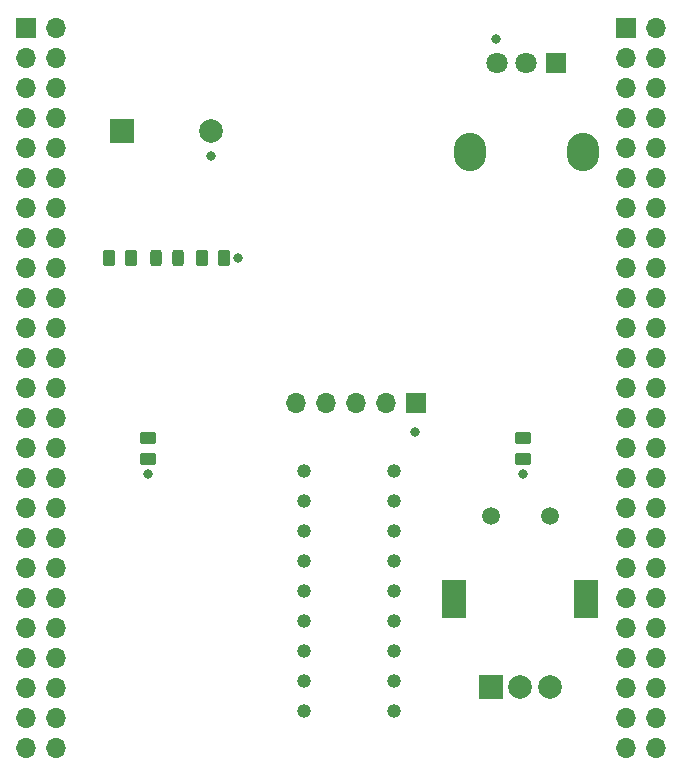
<source format=gbr>
%TF.GenerationSoftware,KiCad,Pcbnew,(7.0.0)*%
%TF.CreationDate,2023-06-01T09:58:41-06:00*%
%TF.ProjectId,morseTrans_proto,6d6f7273-6554-4726-916e-735f70726f74,rev?*%
%TF.SameCoordinates,Original*%
%TF.FileFunction,Copper,L1,Top*%
%TF.FilePolarity,Positive*%
%FSLAX46Y46*%
G04 Gerber Fmt 4.6, Leading zero omitted, Abs format (unit mm)*
G04 Created by KiCad (PCBNEW (7.0.0)) date 2023-06-01 09:58:41*
%MOMM*%
%LPD*%
G01*
G04 APERTURE LIST*
G04 Aperture macros list*
%AMRoundRect*
0 Rectangle with rounded corners*
0 $1 Rounding radius*
0 $2 $3 $4 $5 $6 $7 $8 $9 X,Y pos of 4 corners*
0 Add a 4 corners polygon primitive as box body*
4,1,4,$2,$3,$4,$5,$6,$7,$8,$9,$2,$3,0*
0 Add four circle primitives for the rounded corners*
1,1,$1+$1,$2,$3*
1,1,$1+$1,$4,$5*
1,1,$1+$1,$6,$7*
1,1,$1+$1,$8,$9*
0 Add four rect primitives between the rounded corners*
20,1,$1+$1,$2,$3,$4,$5,0*
20,1,$1+$1,$4,$5,$6,$7,0*
20,1,$1+$1,$6,$7,$8,$9,0*
20,1,$1+$1,$8,$9,$2,$3,0*%
G04 Aperture macros list end*
%TA.AperFunction,ComponentPad*%
%ADD10R,2.000000X2.000000*%
%TD*%
%TA.AperFunction,ComponentPad*%
%ADD11C,2.000000*%
%TD*%
%TA.AperFunction,SMDPad,CuDef*%
%ADD12RoundRect,0.250000X-0.450000X0.262500X-0.450000X-0.262500X0.450000X-0.262500X0.450000X0.262500X0*%
%TD*%
%TA.AperFunction,ComponentPad*%
%ADD13R,1.700000X1.700000*%
%TD*%
%TA.AperFunction,ComponentPad*%
%ADD14O,1.700000X1.700000*%
%TD*%
%TA.AperFunction,ComponentPad*%
%ADD15C,1.192000*%
%TD*%
%TA.AperFunction,ComponentPad*%
%ADD16C,1.500000*%
%TD*%
%TA.AperFunction,ComponentPad*%
%ADD17R,2.000000X3.200000*%
%TD*%
%TA.AperFunction,SMDPad,CuDef*%
%ADD18RoundRect,0.250000X-0.262500X-0.450000X0.262500X-0.450000X0.262500X0.450000X-0.262500X0.450000X0*%
%TD*%
%TA.AperFunction,ComponentPad*%
%ADD19O,2.720000X3.240000*%
%TD*%
%TA.AperFunction,ComponentPad*%
%ADD20R,1.800000X1.800000*%
%TD*%
%TA.AperFunction,ComponentPad*%
%ADD21C,1.800000*%
%TD*%
%TA.AperFunction,SMDPad,CuDef*%
%ADD22RoundRect,0.243750X0.243750X0.456250X-0.243750X0.456250X-0.243750X-0.456250X0.243750X-0.456250X0*%
%TD*%
%TA.AperFunction,ViaPad*%
%ADD23C,0.800000*%
%TD*%
G04 APERTURE END LIST*
D10*
%TO.P,LS1,1,1*%
%TO.N,Net-(LS1-Pad1)*%
X104413999Y-62356999D03*
D11*
%TO.P,LS1,2,2*%
%TO.N,GND*%
X112014000Y-62357000D03*
%TD*%
D12*
%TO.P,R2,1*%
%TO.N,RESET*%
X138430000Y-88345000D03*
%TO.P,R2,2*%
%TO.N,GND*%
X138430000Y-90170000D03*
%TD*%
D13*
%TO.P,J3,1,Pin_1*%
%TO.N,GND*%
X129305999Y-85425999D03*
D14*
%TO.P,J3,2,Pin_2*%
%TO.N,unconnected-(J3-Pin_2-Pad2)*%
X126765999Y-85425999D03*
%TO.P,J3,3,Pin_3*%
%TO.N,TXD*%
X124225999Y-85425999D03*
%TO.P,J3,4,Pin_4*%
%TO.N,RXD*%
X121685999Y-85425999D03*
%TO.P,J3,5,Pin_5*%
%TO.N,unconnected-(J3-Pin_5-Pad5)*%
X119145999Y-85425999D03*
%TD*%
D12*
%TO.P,R3,1*%
%TO.N,PLAY*%
X106680000Y-88345000D03*
%TO.P,R3,2*%
%TO.N,GND*%
X106680000Y-90170000D03*
%TD*%
D15*
%TO.P,Display,1*%
%TO.N,N/C*%
X119888000Y-91186000D03*
%TO.P,Display,2*%
X119888000Y-93726000D03*
%TO.P,Display,3*%
X119888000Y-96266000D03*
%TO.P,Display,4*%
X119888000Y-98806000D03*
%TO.P,Display,5*%
X119888000Y-101346000D03*
%TO.P,Display,6*%
X119888000Y-103886000D03*
%TO.P,Display,7*%
X119888000Y-106426000D03*
%TO.P,Display,8*%
X119888000Y-108966000D03*
%TO.P,Display,9*%
X119888000Y-111506000D03*
%TO.P,Display,10*%
X127508000Y-111506000D03*
%TO.P,Display,11*%
X127508000Y-108966000D03*
%TO.P,Display,12*%
X127508000Y-106426000D03*
%TO.P,Display,13*%
X127508000Y-103886000D03*
%TO.P,Display,14*%
X127508000Y-101346000D03*
%TO.P,Display,15*%
X127508000Y-98806000D03*
%TO.P,Display,16*%
X127508000Y-96266000D03*
%TO.P,Display,17*%
X127508000Y-93726000D03*
%TO.P,Display,18*%
X127508000Y-91186000D03*
%TD*%
D16*
%TO.P,SW3,*%
%TO.N,*%
X135676000Y-94987000D03*
X140676000Y-94987000D03*
D10*
%TO.P,SW3,A,A*%
%TO.N,Increment*%
X135675999Y-109486999D03*
D11*
%TO.P,SW3,B,B*%
%TO.N,Decrement*%
X140676000Y-109487000D03*
%TO.P,SW3,C,C*%
%TO.N,GND*%
X138176000Y-109487000D03*
D17*
%TO.P,SW3,MP*%
%TO.N,N/C*%
X132575999Y-101986999D03*
X143775999Y-101986999D03*
%TD*%
D18*
%TO.P,R1,1*%
%TO.N,Net-(D1-K)*%
X111252000Y-73152000D03*
%TO.P,R1,2*%
%TO.N,GND*%
X113077000Y-73152000D03*
%TD*%
%TO.P,R4,1*%
%TO.N,Net-(R4-Pad1)*%
X103378000Y-73152000D03*
%TO.P,R4,2*%
%TO.N,Net-(LS1-Pad1)*%
X105203000Y-73152000D03*
%TD*%
D19*
%TO.P,RV1,*%
%TO.N,*%
X143483999Y-64131999D03*
X133883999Y-64131999D03*
D20*
%TO.P,RV1,1,1*%
%TO.N,OUTPUT*%
X141183999Y-56631999D03*
D21*
%TO.P,RV1,2,2*%
%TO.N,Net-(R4-Pad1)*%
X138684000Y-56632000D03*
%TO.P,RV1,3,3*%
%TO.N,GND*%
X136184000Y-56632000D03*
%TD*%
D22*
%TO.P,D1,1,K*%
%TO.N,Net-(D1-K)*%
X109171500Y-73152000D03*
%TO.P,D1,2,A*%
%TO.N,OUTPUT*%
X107296500Y-73152000D03*
%TD*%
D13*
%TO.P,J2,1,Pin_1*%
%TO.N,GND*%
X147110963Y-53706551D03*
D14*
%TO.P,J2,2,Pin_2*%
%TO.N,unconnected-(J2-Pin_2-Pad2)*%
X149650963Y-53706551D03*
%TO.P,J2,3,Pin_3*%
%TO.N,unconnected-(J2-Pin_3-Pad3)*%
X147110963Y-56246551D03*
%TO.P,J2,4,Pin_4*%
%TO.N,unconnected-(J2-Pin_4-Pad4)*%
X149650963Y-56246551D03*
%TO.P,J2,5,Pin_5*%
%TO.N,unconnected-(J2-Pin_5-Pad5)*%
X147110963Y-58786551D03*
%TO.P,J2,6,Pin_6*%
%TO.N,unconnected-(J2-Pin_6-Pad6)*%
X149650963Y-58786551D03*
%TO.P,J2,7,Pin_7*%
%TO.N,unconnected-(J2-Pin_7-Pad7)*%
X147110963Y-61326551D03*
%TO.P,J2,8,Pin_8*%
%TO.N,unconnected-(J2-Pin_8-Pad8)*%
X149650963Y-61326551D03*
%TO.P,J2,9,Pin_9*%
%TO.N,unconnected-(J2-Pin_9-Pad9)*%
X147110963Y-63866551D03*
%TO.P,J2,10,Pin_10*%
%TO.N,unconnected-(J2-Pin_10-Pad10)*%
X149650963Y-63866551D03*
%TO.P,J2,11,Pin_11*%
%TO.N,unconnected-(J2-Pin_11-Pad11)*%
X147110963Y-66406551D03*
%TO.P,J2,12,Pin_12*%
%TO.N,unconnected-(J2-Pin_12-Pad12)*%
X149650963Y-66406551D03*
%TO.P,J2,13,Pin_13*%
%TO.N,unconnected-(J2-Pin_13-Pad13)*%
X147110963Y-68946551D03*
%TO.P,J2,14,Pin_14*%
%TO.N,unconnected-(J2-Pin_14-Pad14)*%
X149650963Y-68946551D03*
%TO.P,J2,15,Pin_15*%
%TO.N,unconnected-(J2-Pin_15-Pad15)*%
X147110963Y-71486551D03*
%TO.P,J2,16,Pin_16*%
%TO.N,unconnected-(J2-Pin_16-Pad16)*%
X149650963Y-71486551D03*
%TO.P,J2,17,Pin_17*%
%TO.N,unconnected-(J2-Pin_17-Pad17)*%
X147110963Y-74026551D03*
%TO.P,J2,18,Pin_18*%
%TO.N,unconnected-(J2-Pin_18-Pad18)*%
X149650963Y-74026551D03*
%TO.P,J2,19,Pin_19*%
%TO.N,unconnected-(J2-Pin_19-Pad19)*%
X147110963Y-76566551D03*
%TO.P,J2,20,Pin_20*%
%TO.N,unconnected-(J2-Pin_20-Pad20)*%
X149650963Y-76566551D03*
%TO.P,J2,21,Pin_21*%
%TO.N,unconnected-(J2-Pin_21-Pad21)*%
X147110963Y-79106551D03*
%TO.P,J2,22,Pin_22*%
%TO.N,unconnected-(J2-Pin_22-Pad22)*%
X149650963Y-79106551D03*
%TO.P,J2,23,Pin_23*%
%TO.N,unconnected-(J2-Pin_23-Pad23)*%
X147110963Y-81646551D03*
%TO.P,J2,24,Pin_24*%
%TO.N,unconnected-(J2-Pin_24-Pad24)*%
X149650963Y-81646551D03*
%TO.P,J2,25,Pin_25*%
%TO.N,GND*%
X147110963Y-84186551D03*
%TO.P,J2,26,Pin_26*%
X149650963Y-84186551D03*
%TO.P,J2,27,Pin_27*%
%TO.N,unconnected-(J2-Pin_27-Pad27)*%
X147110963Y-86726551D03*
%TO.P,J2,28,Pin_28*%
%TO.N,unconnected-(J2-Pin_28-Pad28)*%
X149650963Y-86726551D03*
%TO.P,J2,29,Pin_29*%
%TO.N,unconnected-(J2-Pin_29-Pad29)*%
X147110963Y-89266551D03*
%TO.P,J2,30,Pin_30*%
%TO.N,unconnected-(J2-Pin_30-Pad30)*%
X149650963Y-89266551D03*
%TO.P,J2,31,Pin_31*%
%TO.N,unconnected-(J2-Pin_31-Pad31)*%
X147110963Y-91806551D03*
%TO.P,J2,32,Pin_32*%
%TO.N,unconnected-(J2-Pin_32-Pad32)*%
X149650963Y-91806551D03*
%TO.P,J2,33,Pin_33*%
%TO.N,unconnected-(J2-Pin_33-Pad33)*%
X147110963Y-94346551D03*
%TO.P,J2,34,Pin_34*%
%TO.N,unconnected-(J2-Pin_34-Pad34)*%
X149650963Y-94346551D03*
%TO.P,J2,35,Pin_35*%
%TO.N,unconnected-(J2-Pin_35-Pad35)*%
X147110963Y-96886551D03*
%TO.P,J2,36,Pin_36*%
%TO.N,unconnected-(J2-Pin_36-Pad36)*%
X149650963Y-96886551D03*
%TO.P,J2,37,Pin_37*%
%TO.N,unconnected-(J2-Pin_37-Pad37)*%
X147110963Y-99426551D03*
%TO.P,J2,38,Pin_38*%
%TO.N,unconnected-(J2-Pin_38-Pad38)*%
X149650963Y-99426551D03*
%TO.P,J2,39,Pin_39*%
%TO.N,unconnected-(J2-Pin_39-Pad39)*%
X147110963Y-101966551D03*
%TO.P,J2,40,Pin_40*%
%TO.N,unconnected-(J2-Pin_40-Pad40)*%
X149650963Y-101966551D03*
%TO.P,J2,41,Pin_41*%
%TO.N,unconnected-(J2-Pin_41-Pad41)*%
X147110963Y-104506551D03*
%TO.P,J2,42,Pin_42*%
%TO.N,unconnected-(J2-Pin_42-Pad42)*%
X149650963Y-104506551D03*
%TO.P,J2,43,Pin_43*%
%TO.N,unconnected-(J2-Pin_43-Pad43)*%
X147110963Y-107046551D03*
%TO.P,J2,44,Pin_44*%
%TO.N,unconnected-(J2-Pin_44-Pad44)*%
X149650963Y-107046551D03*
%TO.P,J2,45,Pin_45*%
%TO.N,unconnected-(J2-Pin_45-Pad45)*%
X147110963Y-109586551D03*
%TO.P,J2,46,Pin_46*%
%TO.N,unconnected-(J2-Pin_46-Pad46)*%
X149650963Y-109586551D03*
%TO.P,J2,47,Pin_47*%
%TO.N,unconnected-(J2-Pin_47-Pad47)*%
X147110963Y-112126551D03*
%TO.P,J2,48,Pin_48*%
%TO.N,unconnected-(J2-Pin_48-Pad48)*%
X149650963Y-112126551D03*
%TO.P,J2,49,Pin_49*%
%TO.N,unconnected-(J2-Pin_49-Pad49)*%
X147110963Y-114666551D03*
%TO.P,J2,50,Pin_50*%
%TO.N,GND*%
X149650963Y-114666551D03*
%TD*%
D13*
%TO.P,J1,1,Pin_1*%
%TO.N,GND*%
X96348789Y-53690998D03*
D14*
%TO.P,J1,2,Pin_2*%
%TO.N,5V*%
X98888789Y-53690998D03*
%TO.P,J1,3,Pin_3*%
%TO.N,3V*%
X96348789Y-56230998D03*
%TO.P,J1,4,Pin_4*%
%TO.N,unconnected-(J1-Pin_4-Pad4)*%
X98888789Y-56230998D03*
%TO.P,J1,5,Pin_5*%
%TO.N,unconnected-(J1-Pin_5-Pad5)*%
X96348789Y-58770998D03*
%TO.P,J1,6,Pin_6*%
%TO.N,unconnected-(J1-Pin_6-Pad6)*%
X98888789Y-58770998D03*
%TO.P,J1,7,Pin_7*%
%TO.N,unconnected-(J1-Pin_7-Pad7)*%
X96348789Y-61310998D03*
%TO.P,J1,8,Pin_8*%
%TO.N,unconnected-(J1-Pin_8-Pad8)*%
X98888789Y-61310998D03*
%TO.P,J1,9,Pin_9*%
%TO.N,unconnected-(J1-Pin_9-Pad9)*%
X96348789Y-63850998D03*
%TO.P,J1,10,Pin_10*%
%TO.N,unconnected-(J1-Pin_10-Pad10)*%
X98888789Y-63850998D03*
%TO.P,J1,11,Pin_11*%
%TO.N,unconnected-(J1-Pin_11-Pad11)*%
X96348789Y-66390998D03*
%TO.P,J1,12,Pin_12*%
%TO.N,unconnected-(J1-Pin_12-Pad12)*%
X98888789Y-66390998D03*
%TO.P,J1,13,Pin_13*%
%TO.N,unconnected-(J1-Pin_13-Pad13)*%
X96348789Y-68930998D03*
%TO.P,J1,14,Pin_14*%
%TO.N,unconnected-(J1-Pin_14-Pad14)*%
X98888789Y-68930998D03*
%TO.P,J1,15,Pin_15*%
%TO.N,unconnected-(J1-Pin_15-Pad15)*%
X96348789Y-71470998D03*
%TO.P,J1,16,Pin_16*%
%TO.N,unconnected-(J1-Pin_16-Pad16)*%
X98888789Y-71470998D03*
%TO.P,J1,17,Pin_17*%
%TO.N,unconnected-(J1-Pin_17-Pad17)*%
X96348789Y-74010998D03*
%TO.P,J1,18,Pin_18*%
%TO.N,unconnected-(J1-Pin_18-Pad18)*%
X98888789Y-74010998D03*
%TO.P,J1,19,Pin_19*%
%TO.N,unconnected-(J1-Pin_19-Pad19)*%
X96348789Y-76550998D03*
%TO.P,J1,20,Pin_20*%
%TO.N,unconnected-(J1-Pin_20-Pad20)*%
X98888789Y-76550998D03*
%TO.P,J1,21,Pin_21*%
%TO.N,unconnected-(J1-Pin_21-Pad21)*%
X96348789Y-79090998D03*
%TO.P,J1,22,Pin_22*%
%TO.N,unconnected-(J1-Pin_22-Pad22)*%
X98888789Y-79090998D03*
%TO.P,J1,23,Pin_23*%
%TO.N,unconnected-(J1-Pin_23-Pad23)*%
X96348789Y-81630998D03*
%TO.P,J1,24,Pin_24*%
%TO.N,unconnected-(J1-Pin_24-Pad24)*%
X98888789Y-81630998D03*
%TO.P,J1,25,Pin_25*%
%TO.N,GND*%
X96348789Y-84170998D03*
%TO.P,J1,26,Pin_26*%
X98888789Y-84170998D03*
%TO.P,J1,27,Pin_27*%
%TO.N,unconnected-(J1-Pin_27-Pad27)*%
X96348789Y-86710998D03*
%TO.P,J1,28,Pin_28*%
%TO.N,unconnected-(J1-Pin_28-Pad28)*%
X98888789Y-86710998D03*
%TO.P,J1,29,Pin_29*%
%TO.N,unconnected-(J1-Pin_29-Pad29)*%
X96348789Y-89250998D03*
%TO.P,J1,30,Pin_30*%
%TO.N,unconnected-(J1-Pin_30-Pad30)*%
X98888789Y-89250998D03*
%TO.P,J1,31,Pin_31*%
%TO.N,unconnected-(J1-Pin_31-Pad31)*%
X96348789Y-91790998D03*
%TO.P,J1,32,Pin_32*%
%TO.N,unconnected-(J1-Pin_32-Pad32)*%
X98888789Y-91790998D03*
%TO.P,J1,33,Pin_33*%
%TO.N,unconnected-(J1-Pin_33-Pad33)*%
X96348789Y-94330998D03*
%TO.P,J1,34,Pin_34*%
%TO.N,unconnected-(J1-Pin_34-Pad34)*%
X98888789Y-94330998D03*
%TO.P,J1,35,Pin_35*%
%TO.N,unconnected-(J1-Pin_35-Pad35)*%
X96348789Y-96870998D03*
%TO.P,J1,36,Pin_36*%
%TO.N,unconnected-(J1-Pin_36-Pad36)*%
X98888789Y-96870998D03*
%TO.P,J1,37,Pin_37*%
%TO.N,unconnected-(J1-Pin_37-Pad37)*%
X96348789Y-99410998D03*
%TO.P,J1,38,Pin_38*%
%TO.N,unconnected-(J1-Pin_38-Pad38)*%
X98888789Y-99410998D03*
%TO.P,J1,39,Pin_39*%
%TO.N,unconnected-(J1-Pin_39-Pad39)*%
X96348789Y-101950998D03*
%TO.P,J1,40,Pin_40*%
%TO.N,unconnected-(J1-Pin_40-Pad40)*%
X98888789Y-101950998D03*
%TO.P,J1,41,Pin_41*%
%TO.N,unconnected-(J1-Pin_41-Pad41)*%
X96348789Y-104490998D03*
%TO.P,J1,42,Pin_42*%
%TO.N,unconnected-(J1-Pin_42-Pad42)*%
X98888789Y-104490998D03*
%TO.P,J1,43,Pin_43*%
%TO.N,unconnected-(J1-Pin_43-Pad43)*%
X96348789Y-107030998D03*
%TO.P,J1,44,Pin_44*%
%TO.N,unconnected-(J1-Pin_44-Pad44)*%
X98888789Y-107030998D03*
%TO.P,J1,45,Pin_45*%
%TO.N,unconnected-(J1-Pin_45-Pad45)*%
X96348789Y-109570998D03*
%TO.P,J1,46,Pin_46*%
%TO.N,unconnected-(J1-Pin_46-Pad46)*%
X98888789Y-109570998D03*
%TO.P,J1,47,Pin_47*%
%TO.N,unconnected-(J1-Pin_47-Pad47)*%
X96348789Y-112110998D03*
%TO.P,J1,48,Pin_48*%
%TO.N,3V*%
X98888789Y-112110998D03*
%TO.P,J1,49,Pin_49*%
%TO.N,5V*%
X96348789Y-114650998D03*
%TO.P,J1,50,Pin_50*%
%TO.N,GND*%
X98888789Y-114650998D03*
%TD*%
D23*
%TO.N,GND*%
X129286000Y-87884000D03*
X114300000Y-73152000D03*
X136144000Y-54610000D03*
X112014000Y-64516000D03*
X106680000Y-91440000D03*
X138430000Y-91440000D03*
%TD*%
M02*

</source>
